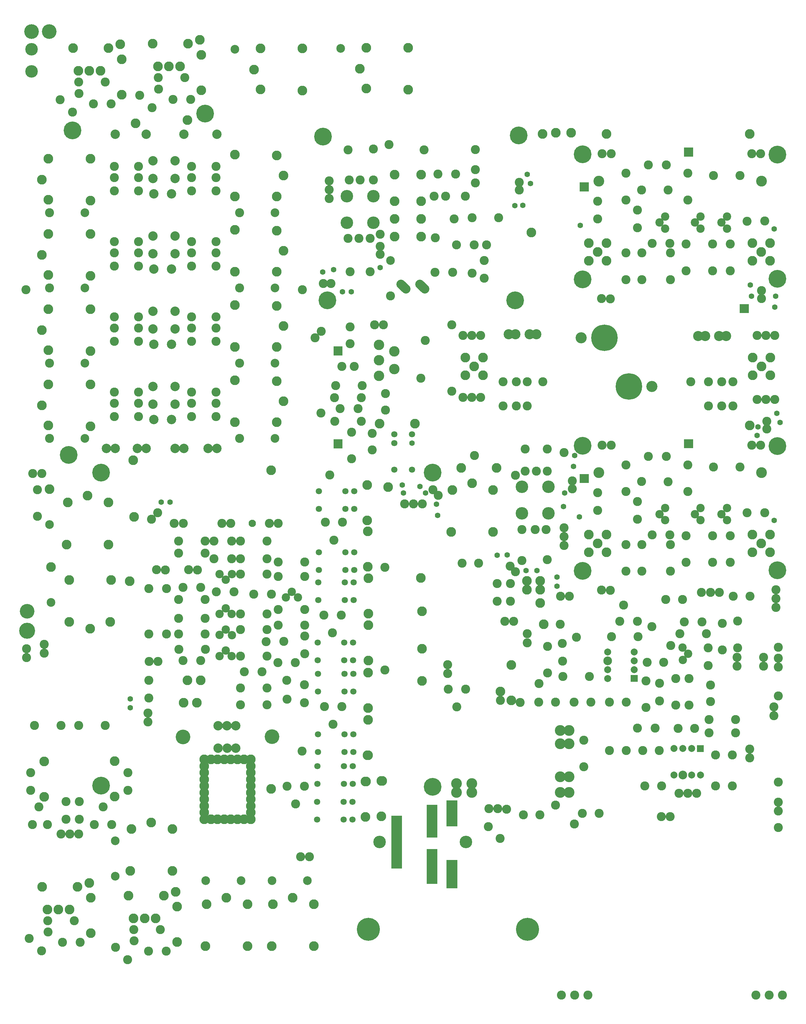
<source format=gbr>
%FSLAX34Y34*%
%MOMM*%
%LNSOLDERMASK_TOP*%
G71*
G01*
%ADD10C,2.600*%
%ADD11C,2.400*%
%ADD12C,2.800*%
%ADD13C,2.600*%
%ADD14C,5.100*%
%ADD15C,1.600*%
%ADD16C,3.100*%
%ADD17C,7.600*%
%ADD18C,3.200*%
%ADD19C,2.900*%
%ADD20C,2.600*%
%ADD21C,2.600*%
%ADD22C,2.400*%
%ADD23C,2.500*%
%ADD24C,2.600*%
%ADD25C,3.600*%
%ADD26C,2.800*%
%ADD27C,3.000*%
%ADD28C,1.800*%
%ADD29C,1.600*%
%ADD30C,2.000*%
%ADD31C,2.500*%
%ADD32C,2.700*%
%ADD33C,2.700*%
%ADD34C,4.600*%
%ADD35C,4.200*%
%ADD36C,2.700*%
%ADD37C,2.800*%
%ADD38C,2.100*%
%ADD39C,6.600*%
%ADD40C,4.200*%
%ADD41C,3.600*%
%LPD*%
X499830Y1763662D02*
G54D10*
D03*
X499880Y1839912D02*
G54D10*
D03*
X418836Y1760262D02*
G54D10*
D03*
X418949Y1709281D02*
G54D10*
D03*
X533136Y1734862D02*
G54D10*
D03*
X533248Y1683882D02*
G54D10*
D03*
X499846Y1535062D02*
G54D10*
D03*
X499896Y1611312D02*
G54D10*
D03*
X620567Y1791676D02*
G54D10*
D03*
X544317Y1791726D02*
G54D10*
D03*
X545526Y1611312D02*
G54D10*
D03*
X545476Y1535062D02*
G54D10*
D03*
X677629Y1763661D02*
G54D10*
D03*
X677679Y1839911D02*
G54D10*
D03*
X574961Y1639146D02*
G54D10*
D03*
X672526Y1636712D02*
G54D10*
D03*
X672476Y1560462D02*
G54D10*
D03*
X748726Y1636712D02*
G54D10*
D03*
X748676Y1560462D02*
G54D10*
D03*
X799526Y1636712D02*
G54D10*
D03*
X799476Y1560462D02*
G54D10*
D03*
X898997Y1702757D02*
G54D10*
D03*
X848016Y1702644D02*
G54D10*
D03*
X827542Y1833480D02*
G54D10*
D03*
X751293Y1833530D02*
G54D10*
D03*
X861576Y1896462D02*
G54D10*
D03*
X887076Y1896462D02*
G54D10*
D03*
X429776Y1480538D02*
G54D10*
D03*
X612201Y1716087D02*
G54D11*
D03*
X596301Y1698512D02*
G54D11*
D03*
X612235Y1680896D02*
G54D11*
D03*
X713801Y1716087D02*
G54D11*
D03*
X697901Y1698512D02*
G54D11*
D03*
X713835Y1680896D02*
G54D11*
D03*
X790000Y1716087D02*
G54D11*
D03*
X774101Y1698512D02*
G54D11*
D03*
X790036Y1680896D02*
G54D11*
D03*
X393101Y1639987D02*
G54D12*
D03*
X443901Y1639987D02*
G54D12*
D03*
X418501Y1614587D02*
G54D12*
D03*
X443901Y1589187D02*
G54D12*
D03*
X393101Y1589187D02*
G54D12*
D03*
X863000Y1639987D02*
G54D12*
D03*
X913800Y1639987D02*
G54D12*
D03*
X888400Y1614587D02*
G54D12*
D03*
X913800Y1589187D02*
G54D12*
D03*
X863000Y1589187D02*
G54D12*
D03*
X564527Y1864296D02*
G54D10*
D03*
X615507Y1864409D02*
G54D10*
D03*
X499846Y1535062D02*
G54D13*
D03*
X375424Y1894680D02*
G54D14*
D03*
X625761Y1639146D02*
G54D10*
D03*
X628076Y1611312D02*
G54D10*
D03*
X628026Y1535062D02*
G54D10*
D03*
X431576Y1896462D02*
G54D10*
D03*
X457076Y1896462D02*
G54D10*
D03*
G36*
X366974Y1813635D02*
X392974Y1813635D01*
X392974Y1787635D01*
X366974Y1787635D01*
X366974Y1813635D01*
G37*
G36*
X666974Y1913635D02*
X692974Y1913635D01*
X692974Y1887635D01*
X666974Y1887635D01*
X666974Y1913635D01*
G37*
X368301Y1690687D02*
G54D15*
D03*
X545476Y1535062D02*
G54D13*
D03*
X628026Y1535062D02*
G54D13*
D03*
X672476Y1560462D02*
G54D13*
D03*
X748676Y1560462D02*
G54D13*
D03*
X935257Y1893887D02*
G54D14*
D03*
X375424Y1535906D02*
G54D14*
D03*
X934622Y1537493D02*
G54D14*
D03*
X454879Y1479346D02*
G54D10*
D03*
X925900Y1680287D02*
G54D15*
D03*
X425451Y1817687D02*
G54D15*
D03*
X422275Y1817688D02*
G54D16*
D03*
X889000Y1817688D02*
G54D16*
D03*
X508051Y1228446D02*
G54D17*
D03*
X438201Y1368146D02*
G54D17*
D03*
X371526Y1368146D02*
G54D18*
D03*
X574726Y1228446D02*
G54D18*
D03*
X162651Y1378246D02*
G54D19*
D03*
X242651Y1378246D02*
G54D20*
D03*
X707651Y1373246D02*
G54D20*
D03*
X787651Y1373246D02*
G54D20*
D03*
X242651Y1378246D02*
G54D19*
D03*
X707651Y1373246D02*
G54D19*
D03*
X787651Y1373246D02*
G54D12*
D03*
X182651Y1378246D02*
G54D19*
D03*
X222651Y1378246D02*
G54D19*
D03*
X727651Y1373246D02*
G54D19*
D03*
X767651Y1373246D02*
G54D19*
D03*
X38226Y1260646D02*
G54D12*
D03*
X38226Y1311446D02*
G54D12*
D03*
X63626Y1286046D02*
G54D12*
D03*
X89026Y1311446D02*
G54D12*
D03*
X89026Y1260646D02*
G54D12*
D03*
X38226Y1260646D02*
G54D21*
D03*
X89026Y1260646D02*
G54D13*
D03*
X863726Y1260646D02*
G54D12*
D03*
X863726Y1311446D02*
G54D12*
D03*
X889126Y1286046D02*
G54D12*
D03*
X914526Y1311446D02*
G54D12*
D03*
X914526Y1260646D02*
G54D12*
D03*
X863726Y1260646D02*
G54D21*
D03*
X914526Y1260646D02*
G54D13*
D03*
G36*
X826951Y1438796D02*
X826951Y1464796D01*
X852951Y1464796D01*
X852951Y1438796D01*
X826951Y1438796D01*
G37*
X737183Y1172009D02*
G54D10*
D03*
X737183Y1241859D02*
G54D10*
D03*
X807034Y1172009D02*
G54D10*
D03*
X807034Y1241859D02*
G54D10*
D03*
X775283Y1241859D02*
G54D10*
D03*
X775283Y1172009D02*
G54D10*
D03*
X807034Y1172009D02*
G54D13*
D03*
X807034Y1241859D02*
G54D13*
D03*
X146633Y1172009D02*
G54D10*
D03*
X146633Y1241859D02*
G54D10*
D03*
X216483Y1172009D02*
G54D10*
D03*
X216484Y1241860D02*
G54D10*
D03*
X184733Y1241860D02*
G54D10*
D03*
X184733Y1172010D02*
G54D10*
D03*
X216484Y1172009D02*
G54D13*
D03*
X216484Y1241860D02*
G54D13*
D03*
X787651Y1373246D02*
G54D19*
D03*
X260934Y1241859D02*
G54D21*
D03*
X686384Y1241859D02*
G54D21*
D03*
X927326Y1190821D02*
G54D21*
D03*
X901926Y1190821D02*
G54D21*
D03*
X876526Y1190821D02*
G54D21*
D03*
X82776Y1374971D02*
G54D21*
D03*
X57376Y1374971D02*
G54D21*
D03*
X31976Y1374971D02*
G54D21*
D03*
X927326Y1374971D02*
G54D21*
D03*
X901926Y1374971D02*
G54D21*
D03*
X876526Y1374971D02*
G54D21*
D03*
X82776Y1197172D02*
G54D21*
D03*
X57376Y1197172D02*
G54D21*
D03*
X31976Y1197172D02*
G54D21*
D03*
X38226Y1311446D02*
G54D13*
D03*
X89026Y1311446D02*
G54D13*
D03*
X863726Y1260646D02*
G54D13*
D03*
X863726Y1311446D02*
G54D13*
D03*
X914526Y1311446D02*
G54D13*
D03*
X914526Y1260646D02*
G54D13*
D03*
X499830Y927050D02*
G54D10*
D03*
X499880Y1003300D02*
G54D10*
D03*
X418836Y923650D02*
G54D10*
D03*
X418949Y872669D02*
G54D10*
D03*
X533136Y898250D02*
G54D10*
D03*
X533248Y847269D02*
G54D10*
D03*
X499846Y698450D02*
G54D10*
D03*
X499896Y774700D02*
G54D10*
D03*
X620567Y955064D02*
G54D10*
D03*
X544317Y955114D02*
G54D10*
D03*
X545526Y774700D02*
G54D10*
D03*
X545476Y698450D02*
G54D10*
D03*
X677629Y927049D02*
G54D10*
D03*
X677679Y1003299D02*
G54D10*
D03*
X574961Y802534D02*
G54D10*
D03*
X672526Y800100D02*
G54D10*
D03*
X672476Y723850D02*
G54D10*
D03*
X748726Y800100D02*
G54D10*
D03*
X748676Y723850D02*
G54D10*
D03*
X799526Y800100D02*
G54D10*
D03*
X799476Y723850D02*
G54D10*
D03*
X898997Y866144D02*
G54D10*
D03*
X848016Y866032D02*
G54D10*
D03*
X827542Y996868D02*
G54D10*
D03*
X751293Y996918D02*
G54D10*
D03*
X861576Y1059850D02*
G54D10*
D03*
X887076Y1059850D02*
G54D10*
D03*
X429776Y643925D02*
G54D10*
D03*
X612201Y879475D02*
G54D11*
D03*
X596301Y861900D02*
G54D11*
D03*
X612235Y844284D02*
G54D11*
D03*
X713801Y879475D02*
G54D11*
D03*
X697901Y861900D02*
G54D11*
D03*
X713835Y844284D02*
G54D11*
D03*
X790000Y879475D02*
G54D11*
D03*
X774101Y861900D02*
G54D11*
D03*
X790036Y844284D02*
G54D11*
D03*
X393101Y803375D02*
G54D12*
D03*
X443901Y803375D02*
G54D12*
D03*
X418501Y777975D02*
G54D12*
D03*
X443901Y752575D02*
G54D12*
D03*
X393101Y752575D02*
G54D12*
D03*
X863000Y803375D02*
G54D12*
D03*
X913800Y803375D02*
G54D12*
D03*
X888400Y777975D02*
G54D12*
D03*
X913800Y752575D02*
G54D12*
D03*
X863000Y752575D02*
G54D12*
D03*
X564527Y1027684D02*
G54D10*
D03*
X615507Y1027796D02*
G54D10*
D03*
X499846Y698450D02*
G54D13*
D03*
X375424Y1058068D02*
G54D14*
D03*
X625761Y802534D02*
G54D10*
D03*
X628076Y774700D02*
G54D10*
D03*
X628026Y698450D02*
G54D10*
D03*
X431576Y1059850D02*
G54D10*
D03*
X457076Y1059850D02*
G54D10*
D03*
G36*
X366974Y977023D02*
X392974Y977023D01*
X392974Y951023D01*
X366974Y951023D01*
X366974Y977023D01*
G37*
G36*
X666974Y1077023D02*
X692974Y1077023D01*
X692974Y1051023D01*
X666974Y1051023D01*
X666974Y1077023D01*
G37*
X545476Y698450D02*
G54D13*
D03*
X628026Y698450D02*
G54D13*
D03*
X672476Y723850D02*
G54D13*
D03*
X748676Y723850D02*
G54D13*
D03*
X935257Y1057275D02*
G54D14*
D03*
X375424Y699293D02*
G54D14*
D03*
X934622Y700880D02*
G54D14*
D03*
X454879Y642734D02*
G54D10*
D03*
X925900Y843675D02*
G54D15*
D03*
X425451Y981075D02*
G54D15*
D03*
X422275Y981075D02*
G54D16*
D03*
X889000Y981075D02*
G54D16*
D03*
X-301599Y1698147D02*
G54D22*
D03*
X-225400Y1698147D02*
G54D22*
D03*
X-225399Y1774347D02*
G54D22*
D03*
X-301599Y1774347D02*
G54D22*
D03*
X-225487Y1909370D02*
G54D10*
D03*
X-225487Y1820470D02*
G54D10*
D03*
X-263587Y1820470D02*
G54D10*
D03*
X-295337Y1820470D02*
G54D10*
D03*
X-235130Y1557580D02*
G54D10*
D03*
X-298630Y1652830D02*
G54D10*
D03*
X-266880Y1652830D02*
G54D10*
D03*
X-235130Y1652830D02*
G54D10*
D03*
X-206648Y1665118D02*
G54D10*
D03*
X-298630Y1906830D02*
G54D10*
D03*
X-181037Y1922070D02*
G54D10*
D03*
X-18609Y1774380D02*
G54D10*
D03*
X38541Y1774380D02*
G54D10*
D03*
X67241Y1850580D02*
G54D10*
D03*
X67241Y1907730D02*
G54D10*
D03*
X6191Y1708757D02*
G54D10*
D03*
X-47761Y1654876D02*
G54D10*
D03*
X6191Y1708757D02*
G54D13*
D03*
X133966Y1712808D02*
G54D10*
D03*
X57717Y1712858D02*
G54D10*
D03*
X133966Y1712809D02*
G54D13*
D03*
X13141Y1634680D02*
G54D10*
D03*
X63941Y1634680D02*
G54D10*
D03*
X63941Y1634680D02*
G54D10*
D03*
X92548Y1538574D02*
G54D10*
D03*
X92436Y1589555D02*
G54D10*
D03*
X92548Y1538574D02*
G54D10*
D03*
X67241Y1812480D02*
G54D10*
D03*
X98991Y1634680D02*
G54D10*
D03*
X-51629Y1774380D02*
G54D10*
D03*
X-40709Y1837880D02*
G54D10*
D03*
X10091Y1837880D02*
G54D10*
D03*
X-164405Y1836386D02*
G54D12*
D03*
X-88205Y1836386D02*
G54D12*
D03*
X-164405Y1760186D02*
G54D12*
D03*
X-164405Y1709386D02*
G54D12*
D03*
X-164405Y1658586D02*
G54D12*
D03*
X-88205Y1760186D02*
G54D12*
D03*
X-88205Y1709386D02*
G54D12*
D03*
X-88205Y1658586D02*
G54D12*
D03*
X-176906Y1488023D02*
G54D23*
D03*
X-176906Y1589623D02*
G54D23*
D03*
X-176906Y1488023D02*
G54D13*
D03*
X-88205Y1836386D02*
G54D10*
D03*
X58046Y1553582D02*
G54D10*
D03*
X1826Y1555827D02*
G54D10*
D03*
X1826Y1555827D02*
G54D10*
D03*
X-48974Y1555827D02*
G54D10*
D03*
G54D24*
X-78790Y1508105D02*
X-92932Y1522247D01*
G54D24*
X-132765Y1508105D02*
X-146907Y1522247D01*
X-352999Y1818481D02*
G54D21*
D03*
X-352999Y1793081D02*
G54D21*
D03*
X-352999Y1767681D02*
G54D21*
D03*
X-79949Y1907381D02*
G54D21*
D03*
X-301600Y1774346D02*
G54D25*
D03*
X-301599Y1698147D02*
G54D25*
D03*
X-225400Y1698147D02*
G54D25*
D03*
X-225399Y1774347D02*
G54D25*
D03*
X276879Y939945D02*
G54D22*
D03*
X200680Y939945D02*
G54D22*
D03*
X200679Y863745D02*
G54D22*
D03*
X276880Y863745D02*
G54D22*
D03*
X200767Y728722D02*
G54D10*
D03*
X200767Y817622D02*
G54D10*
D03*
X238867Y817622D02*
G54D10*
D03*
X270617Y817622D02*
G54D10*
D03*
X273911Y1048762D02*
G54D10*
D03*
X210411Y1048762D02*
G54D10*
D03*
X273910Y985262D02*
G54D10*
D03*
X242161Y985262D02*
G54D10*
D03*
X210411Y985262D02*
G54D10*
D03*
X181928Y972973D02*
G54D10*
D03*
X273910Y731262D02*
G54D10*
D03*
X321930Y771986D02*
G54D21*
D03*
X321930Y797386D02*
G54D21*
D03*
X321930Y822786D02*
G54D21*
D03*
X321930Y1038686D02*
G54D21*
D03*
X276880Y863745D02*
G54D25*
D03*
X276879Y939945D02*
G54D25*
D03*
X200680Y939945D02*
G54D25*
D03*
X200679Y863745D02*
G54D25*
D03*
X-2329Y810364D02*
G54D12*
D03*
X845Y931014D02*
G54D12*
D03*
X118321Y810364D02*
G54D12*
D03*
X118321Y931014D02*
G54D12*
D03*
X57996Y950477D02*
G54D12*
D03*
X845Y931014D02*
G54D26*
D03*
X26692Y994596D02*
G54D12*
D03*
X128292Y994595D02*
G54D12*
D03*
X215592Y670456D02*
G54D12*
D03*
X215592Y645056D02*
G54D12*
D03*
X253692Y645056D02*
G54D12*
D03*
X253692Y606956D02*
G54D12*
D03*
X168187Y662449D02*
G54D10*
D03*
X168300Y611468D02*
G54D10*
D03*
X168187Y662448D02*
G54D10*
D03*
X168299Y611468D02*
G54D10*
D03*
X130087Y662449D02*
G54D10*
D03*
X130199Y611468D02*
G54D10*
D03*
X130087Y662448D02*
G54D10*
D03*
X130199Y611468D02*
G54D10*
D03*
X253692Y670456D02*
G54D12*
D03*
X64659Y1030405D02*
G54D10*
D03*
X26692Y994596D02*
G54D12*
D03*
X-165350Y1328894D02*
G54D27*
D03*
X-165350Y1278094D02*
G54D27*
D03*
X-209800Y1303494D02*
G54D27*
D03*
X-209800Y1259044D02*
G54D27*
D03*
X-209800Y1347944D02*
G54D27*
D03*
X-197100Y1405094D02*
G54D10*
D03*
X-222500Y1405094D02*
G54D10*
D03*
X-258185Y1230469D02*
G54D10*
D03*
X-334435Y1230519D02*
G54D10*
D03*
X-337127Y1196209D02*
G54D10*
D03*
X-260877Y1196159D02*
G54D10*
D03*
X-321193Y1164733D02*
G54D10*
D03*
X-270213Y1164845D02*
G54D10*
D03*
X-292350Y1398832D02*
G54D10*
D03*
X-292350Y1351032D02*
G54D10*
D03*
X-288740Y1097208D02*
G54D10*
D03*
X-288790Y1020958D02*
G54D10*
D03*
X-228850Y1046144D02*
G54D10*
D03*
X-228850Y1093944D02*
G54D10*
D03*
X-316294Y1285988D02*
G54D10*
D03*
X-281194Y1285988D02*
G54D10*
D03*
X-190750Y1160444D02*
G54D10*
D03*
X-190750Y1208244D02*
G54D10*
D03*
X-337072Y1128562D02*
G54D10*
D03*
X-260822Y1128512D02*
G54D10*
D03*
X-89875Y1252139D02*
G54D10*
D03*
X-337127Y1196210D02*
G54D10*
D03*
X-337072Y1128562D02*
G54D10*
D03*
X-228850Y1046144D02*
G54D10*
D03*
X-288790Y1020958D02*
G54D10*
D03*
G36*
X-314400Y1343164D02*
X-314400Y1317164D01*
X-340400Y1317164D01*
X-340400Y1343164D01*
X-314400Y1343164D01*
G37*
G36*
X-314400Y1076464D02*
X-314400Y1050464D01*
X-340400Y1050464D01*
X-340400Y1076464D01*
X-314400Y1076464D01*
G37*
X-114550Y1090682D02*
G54D28*
D03*
X-114550Y1065282D02*
G54D29*
D03*
X-165350Y1090682D02*
G54D29*
D03*
X-165350Y1065282D02*
G54D28*
D03*
X-114550Y989082D02*
G54D29*
D03*
X-165350Y989082D02*
G54D29*
D03*
X-207768Y1121448D02*
G54D12*
D03*
X-106168Y1121448D02*
G54D12*
D03*
X-207768Y1121448D02*
G54D12*
D03*
X-84954Y891474D02*
G54D21*
D03*
X-110354Y891474D02*
G54D21*
D03*
X-135754Y891474D02*
G54D21*
D03*
X-165350Y1090682D02*
G54D28*
D03*
X-114550Y989082D02*
G54D28*
D03*
X-165350Y989082D02*
G54D28*
D03*
G36*
X513563Y380344D02*
X513563Y400344D01*
X533563Y400344D01*
X533563Y380344D01*
X513563Y380344D01*
G37*
X523563Y415744D02*
G54D30*
D03*
X523563Y441144D02*
G54D30*
D03*
X523563Y466544D02*
G54D30*
D03*
X447364Y466544D02*
G54D30*
D03*
X447364Y441144D02*
G54D30*
D03*
X447364Y415744D02*
G54D30*
D03*
X447364Y390344D02*
G54D30*
D03*
X447364Y441144D02*
G54D31*
D03*
X819314Y425706D02*
G54D10*
D03*
X819314Y451205D02*
G54D10*
D03*
X249324Y322369D02*
G54D10*
D03*
X274219Y405954D02*
G54D10*
D03*
X274269Y482204D02*
G54D10*
D03*
X139027Y327362D02*
G54D10*
D03*
X139027Y352862D02*
G54D10*
D03*
X681284Y389646D02*
G54D10*
D03*
X681234Y313396D02*
G54D10*
D03*
X681284Y389646D02*
G54D10*
D03*
X743168Y371712D02*
G54D10*
D03*
X743168Y323912D02*
G54D10*
D03*
X643183Y389646D02*
G54D10*
D03*
X643134Y313396D02*
G54D10*
D03*
X643184Y389646D02*
G54D10*
D03*
X662839Y443419D02*
G54D11*
D03*
X678739Y460994D02*
G54D11*
D03*
X662804Y478610D02*
G54D11*
D03*
X736212Y478212D02*
G54D10*
D03*
X736324Y427232D02*
G54D10*
D03*
X736212Y478212D02*
G54D10*
D03*
X731282Y518340D02*
G54D10*
D03*
X655032Y518390D02*
G54D10*
D03*
X731282Y518340D02*
G54D10*
D03*
X718249Y552312D02*
G54D10*
D03*
X667269Y552200D02*
G54D10*
D03*
X718248Y552312D02*
G54D10*
D03*
X596512Y376612D02*
G54D10*
D03*
X596624Y325632D02*
G54D10*
D03*
X596512Y376612D02*
G54D10*
D03*
X743168Y371712D02*
G54D10*
D03*
X731282Y518340D02*
G54D10*
D03*
X718249Y552312D02*
G54D10*
D03*
X776534Y548396D02*
G54D10*
D03*
X776484Y472146D02*
G54D10*
D03*
X776534Y548396D02*
G54D10*
D03*
X776534Y548396D02*
G54D10*
D03*
X596512Y376613D02*
G54D10*
D03*
X560474Y436669D02*
G54D10*
D03*
X608274Y436669D02*
G54D10*
D03*
X574718Y539068D02*
G54D10*
D03*
X628600Y485116D02*
G54D10*
D03*
X574719Y539068D02*
G54D10*
D03*
X574719Y539068D02*
G54D10*
D03*
X534657Y510169D02*
G54D10*
D03*
X458407Y510219D02*
G54D10*
D03*
X482160Y554095D02*
G54D10*
D03*
X533140Y554207D02*
G54D10*
D03*
X482160Y554094D02*
G54D10*
D03*
X534657Y510169D02*
G54D10*
D03*
X533141Y554207D02*
G54D10*
D03*
X350924Y322369D02*
G54D10*
D03*
X398724Y322369D02*
G54D10*
D03*
X249324Y322369D02*
G54D10*
D03*
X297124Y322369D02*
G54D10*
D03*
X452524Y322370D02*
G54D10*
D03*
X500324Y322369D02*
G54D10*
D03*
X452524Y322370D02*
G54D10*
D03*
X557459Y383296D02*
G54D10*
D03*
X557409Y307046D02*
G54D10*
D03*
X557459Y383296D02*
G54D10*
D03*
X394957Y395869D02*
G54D10*
D03*
X318707Y395919D02*
G54D10*
D03*
X394957Y395869D02*
G54D10*
D03*
X317378Y439743D02*
G54D10*
D03*
X317266Y490723D02*
G54D10*
D03*
X317378Y439744D02*
G54D10*
D03*
X317266Y490724D02*
G54D10*
D03*
X357639Y508619D02*
G54D10*
D03*
X263623Y546037D02*
G54D10*
D03*
X311423Y546037D02*
G54D10*
D03*
X274219Y405954D02*
G54D10*
D03*
X250101Y375156D02*
G54D10*
D03*
X196149Y321275D02*
G54D10*
D03*
X250101Y375156D02*
G54D10*
D03*
X820925Y554650D02*
G54D10*
D03*
X263623Y546037D02*
G54D12*
D03*
X170749Y429224D02*
G54D12*
D03*
X170748Y327625D02*
G54D12*
D03*
X170749Y429224D02*
G54D12*
D03*
X139027Y352862D02*
G54D12*
D03*
X820925Y554650D02*
G54D10*
D03*
X820875Y478400D02*
G54D10*
D03*
X820926Y554650D02*
G54D10*
D03*
X820925Y554650D02*
G54D10*
D03*
X776534Y548396D02*
G54D10*
D03*
X718249Y552312D02*
G54D10*
D03*
X731282Y518340D02*
G54D10*
D03*
X574718Y539068D02*
G54D10*
D03*
X534657Y510169D02*
G54D10*
D03*
X533141Y554207D02*
G54D10*
D03*
X743168Y371712D02*
G54D10*
D03*
X357639Y508619D02*
G54D10*
D03*
X452524Y322370D02*
G54D10*
D03*
X249324Y322369D02*
G54D10*
D03*
X250101Y375156D02*
G54D10*
D03*
X274219Y405954D02*
G54D10*
D03*
X170749Y429224D02*
G54D10*
D03*
X895564Y425655D02*
G54D10*
D03*
X819314Y425706D02*
G54D10*
D03*
X895563Y451155D02*
G54D10*
D03*
X819314Y451205D02*
G54D10*
D03*
X-900341Y1141995D02*
G54D10*
D03*
X-970191Y1141995D02*
G54D10*
D03*
X-900341Y1211845D02*
G54D10*
D03*
X-970191Y1211845D02*
G54D10*
D03*
X-970191Y1180095D02*
G54D10*
D03*
X-900341Y1180095D02*
G54D10*
D03*
X-856932Y1133224D02*
G54D32*
D03*
X-805952Y1133336D02*
G54D32*
D03*
X-678091Y1141995D02*
G54D10*
D03*
X-747941Y1141995D02*
G54D10*
D03*
X-678091Y1211845D02*
G54D10*
D03*
X-747941Y1211845D02*
G54D10*
D03*
X-747941Y1180095D02*
G54D10*
D03*
X-678091Y1180095D02*
G54D10*
D03*
X-795868Y1177322D02*
G54D10*
D03*
X-795981Y1228302D02*
G54D10*
D03*
X-859368Y1177322D02*
G54D10*
D03*
X-859481Y1228302D02*
G54D10*
D03*
X-678092Y1211845D02*
G54D13*
D03*
X-747941Y1211845D02*
G54D13*
D03*
X-795980Y1228303D02*
G54D33*
D03*
X-859481Y1228303D02*
G54D13*
D03*
X-900341Y1211845D02*
G54D13*
D03*
X-970191Y1211845D02*
G54D13*
D03*
X-859368Y1177322D02*
G54D32*
D03*
X-859481Y1228302D02*
G54D32*
D03*
X-795981Y1228302D02*
G54D32*
D03*
X-795868Y1177322D02*
G54D32*
D03*
X-623878Y1246287D02*
G54D12*
D03*
X-503228Y1243113D02*
G54D12*
D03*
X-623878Y1125637D02*
G54D12*
D03*
X-503228Y1125637D02*
G54D12*
D03*
X-484415Y1185962D02*
G54D12*
D03*
X-610371Y1079358D02*
G54D23*
D03*
X-508771Y1079358D02*
G54D23*
D03*
X-503228Y1243113D02*
G54D12*
D03*
X-1038872Y1113548D02*
G54D12*
D03*
X-1159522Y1116722D02*
G54D12*
D03*
X-1038872Y1234199D02*
G54D12*
D03*
X-1159522Y1234199D02*
G54D12*
D03*
X-1178335Y1173874D02*
G54D12*
D03*
X-1159522Y1116722D02*
G54D12*
D03*
X-1159522Y1234199D02*
G54D12*
D03*
X-1156471Y1079358D02*
G54D23*
D03*
X-1054871Y1079358D02*
G54D23*
D03*
X-610371Y1079358D02*
G54D10*
D03*
X-1156471Y1079358D02*
G54D10*
D03*
X-900341Y1357895D02*
G54D10*
D03*
X-970191Y1357895D02*
G54D10*
D03*
X-900341Y1427745D02*
G54D10*
D03*
X-970191Y1427745D02*
G54D10*
D03*
X-970191Y1395995D02*
G54D10*
D03*
X-900341Y1395995D02*
G54D10*
D03*
X-856932Y1349124D02*
G54D32*
D03*
X-805952Y1349236D02*
G54D32*
D03*
X-678091Y1357895D02*
G54D10*
D03*
X-747941Y1357895D02*
G54D10*
D03*
X-678091Y1427745D02*
G54D10*
D03*
X-747941Y1427745D02*
G54D10*
D03*
X-747941Y1395995D02*
G54D10*
D03*
X-678091Y1395995D02*
G54D10*
D03*
X-795868Y1393222D02*
G54D10*
D03*
X-795981Y1444202D02*
G54D10*
D03*
X-859368Y1393222D02*
G54D10*
D03*
X-859481Y1444202D02*
G54D10*
D03*
X-678092Y1427745D02*
G54D13*
D03*
X-747941Y1427745D02*
G54D13*
D03*
X-795980Y1444203D02*
G54D33*
D03*
X-859481Y1444203D02*
G54D13*
D03*
X-900341Y1427745D02*
G54D13*
D03*
X-970191Y1427745D02*
G54D13*
D03*
X-859368Y1393222D02*
G54D32*
D03*
X-859481Y1444202D02*
G54D32*
D03*
X-795981Y1444202D02*
G54D32*
D03*
X-795868Y1393222D02*
G54D32*
D03*
X-623878Y1462187D02*
G54D12*
D03*
X-503228Y1459013D02*
G54D12*
D03*
X-623878Y1341537D02*
G54D12*
D03*
X-503228Y1341537D02*
G54D12*
D03*
X-484415Y1401862D02*
G54D12*
D03*
X-610371Y1295258D02*
G54D23*
D03*
X-508771Y1295258D02*
G54D23*
D03*
X-503228Y1459013D02*
G54D12*
D03*
X-1038872Y1329448D02*
G54D12*
D03*
X-1159522Y1332622D02*
G54D12*
D03*
X-1038872Y1450098D02*
G54D12*
D03*
X-1159522Y1450098D02*
G54D12*
D03*
X-1178335Y1389774D02*
G54D12*
D03*
X-1159522Y1332622D02*
G54D12*
D03*
X-1159522Y1450098D02*
G54D12*
D03*
X-1156471Y1295258D02*
G54D23*
D03*
X-1054871Y1295258D02*
G54D23*
D03*
X-610371Y1295258D02*
G54D10*
D03*
X-1156471Y1295258D02*
G54D10*
D03*
X-900341Y1573795D02*
G54D10*
D03*
X-970191Y1573795D02*
G54D10*
D03*
X-900341Y1643645D02*
G54D10*
D03*
X-970191Y1643645D02*
G54D10*
D03*
X-970191Y1611895D02*
G54D10*
D03*
X-900341Y1611895D02*
G54D10*
D03*
X-856932Y1565024D02*
G54D32*
D03*
X-805952Y1565136D02*
G54D32*
D03*
X-678091Y1573795D02*
G54D10*
D03*
X-747941Y1573795D02*
G54D10*
D03*
X-678091Y1643645D02*
G54D10*
D03*
X-747941Y1643645D02*
G54D10*
D03*
X-747941Y1611895D02*
G54D10*
D03*
X-678091Y1611895D02*
G54D10*
D03*
X-795868Y1609122D02*
G54D10*
D03*
X-795981Y1660102D02*
G54D10*
D03*
X-859368Y1609122D02*
G54D10*
D03*
X-859481Y1660102D02*
G54D10*
D03*
X-678092Y1643645D02*
G54D13*
D03*
X-747941Y1643645D02*
G54D13*
D03*
X-795980Y1660103D02*
G54D33*
D03*
X-859481Y1660103D02*
G54D13*
D03*
X-900341Y1643645D02*
G54D13*
D03*
X-970191Y1643645D02*
G54D13*
D03*
X-859368Y1609122D02*
G54D32*
D03*
X-859481Y1660102D02*
G54D32*
D03*
X-795981Y1660102D02*
G54D32*
D03*
X-795868Y1609122D02*
G54D32*
D03*
X-623878Y1678087D02*
G54D12*
D03*
X-503228Y1674913D02*
G54D12*
D03*
X-623878Y1557437D02*
G54D12*
D03*
X-503228Y1557437D02*
G54D12*
D03*
X-484415Y1617762D02*
G54D12*
D03*
X-610371Y1511157D02*
G54D23*
D03*
X-508771Y1511158D02*
G54D23*
D03*
X-503228Y1674913D02*
G54D12*
D03*
X-1038872Y1545348D02*
G54D12*
D03*
X-1159522Y1548522D02*
G54D12*
D03*
X-1038872Y1665998D02*
G54D12*
D03*
X-1159522Y1665998D02*
G54D12*
D03*
X-1178335Y1605674D02*
G54D12*
D03*
X-1159522Y1548522D02*
G54D12*
D03*
X-1159522Y1665998D02*
G54D12*
D03*
X-1156471Y1511157D02*
G54D23*
D03*
X-1054871Y1511158D02*
G54D23*
D03*
X-610371Y1511158D02*
G54D10*
D03*
X-1156471Y1511157D02*
G54D10*
D03*
X-900341Y1789695D02*
G54D10*
D03*
X-970191Y1789695D02*
G54D10*
D03*
X-900341Y1859545D02*
G54D10*
D03*
X-970191Y1859545D02*
G54D10*
D03*
X-970191Y1827795D02*
G54D10*
D03*
X-900341Y1827795D02*
G54D10*
D03*
X-856932Y1780924D02*
G54D32*
D03*
X-805952Y1781036D02*
G54D32*
D03*
X-678091Y1789695D02*
G54D10*
D03*
X-747941Y1789695D02*
G54D10*
D03*
X-678091Y1859545D02*
G54D10*
D03*
X-747941Y1859545D02*
G54D10*
D03*
X-747941Y1827795D02*
G54D10*
D03*
X-678091Y1827795D02*
G54D10*
D03*
X-795868Y1825022D02*
G54D10*
D03*
X-795981Y1876002D02*
G54D10*
D03*
X-859368Y1825022D02*
G54D10*
D03*
X-859481Y1876002D02*
G54D10*
D03*
X-678092Y1859545D02*
G54D13*
D03*
X-747941Y1859545D02*
G54D13*
D03*
X-795981Y1876003D02*
G54D33*
D03*
X-859481Y1876003D02*
G54D13*
D03*
X-900341Y1859545D02*
G54D13*
D03*
X-970191Y1859545D02*
G54D13*
D03*
X-859368Y1825022D02*
G54D32*
D03*
X-859481Y1876002D02*
G54D32*
D03*
X-795981Y1876002D02*
G54D32*
D03*
X-795868Y1825022D02*
G54D32*
D03*
X-623878Y1893987D02*
G54D12*
D03*
X-503228Y1890813D02*
G54D12*
D03*
X-623878Y1773337D02*
G54D12*
D03*
X-503228Y1773337D02*
G54D12*
D03*
X-484415Y1833662D02*
G54D12*
D03*
X-610371Y1727058D02*
G54D23*
D03*
X-508771Y1727058D02*
G54D23*
D03*
X-503228Y1890813D02*
G54D12*
D03*
X-1038872Y1761248D02*
G54D12*
D03*
X-1159522Y1764422D02*
G54D12*
D03*
X-1038872Y1881898D02*
G54D12*
D03*
X-1159522Y1881898D02*
G54D12*
D03*
X-1178335Y1821574D02*
G54D12*
D03*
X-1159522Y1764422D02*
G54D12*
D03*
X-1159522Y1881898D02*
G54D12*
D03*
X-1156471Y1727057D02*
G54D23*
D03*
X-1054871Y1727058D02*
G54D23*
D03*
X-610371Y1727058D02*
G54D10*
D03*
X-1156471Y1727058D02*
G54D10*
D03*
X-675217Y1050322D02*
G54D32*
D03*
X-675217Y1050322D02*
G54D32*
D03*
X-700618Y1050322D02*
G54D32*
D03*
X-770467Y1050322D02*
G54D32*
D03*
X-770467Y1050322D02*
G54D32*
D03*
X-795868Y1050322D02*
G54D32*
D03*
X-878417Y1050322D02*
G54D32*
D03*
X-878417Y1050322D02*
G54D32*
D03*
X-903818Y1050322D02*
G54D32*
D03*
X-967317Y1050322D02*
G54D32*
D03*
X-967317Y1050322D02*
G54D32*
D03*
X-992718Y1050322D02*
G54D32*
D03*
X-675217Y1952022D02*
G54D32*
D03*
X-675217Y1952022D02*
G54D32*
D03*
X-770467Y1952022D02*
G54D32*
D03*
X-770467Y1952022D02*
G54D32*
D03*
X-878417Y1952022D02*
G54D32*
D03*
X-878417Y1952022D02*
G54D32*
D03*
X-967317Y1952022D02*
G54D32*
D03*
X-967317Y1952022D02*
G54D32*
D03*
X-1223953Y1505492D02*
G54D21*
D03*
X-430203Y1505492D02*
G54D21*
D03*
X181750Y1475580D02*
G54D14*
D03*
X191274Y1948656D02*
G54D14*
D03*
X191274Y1948656D02*
G54D14*
D03*
X-358000Y1475580D02*
G54D14*
D03*
X-370700Y1945480D02*
G54D14*
D03*
X-979054Y672806D02*
G54D12*
D03*
X-982228Y552156D02*
G54D12*
D03*
X-1099704Y672806D02*
G54D12*
D03*
X-1099704Y552156D02*
G54D12*
D03*
X-1039379Y533344D02*
G54D12*
D03*
X-1220353Y526756D02*
G54D34*
D03*
X-1107253Y774675D02*
G54D12*
D03*
X-1104079Y895325D02*
G54D12*
D03*
X-986604Y774675D02*
G54D12*
D03*
X-986604Y895325D02*
G54D12*
D03*
X-1046928Y914612D02*
G54D12*
D03*
X-1152333Y710099D02*
G54D23*
D03*
X-1152333Y608499D02*
G54D23*
D03*
X-1152333Y710099D02*
G54D10*
D03*
X-1152333Y710099D02*
G54D12*
D03*
X-1156131Y933294D02*
G54D23*
D03*
X-1156131Y831694D02*
G54D23*
D03*
X-1156131Y933294D02*
G54D10*
D03*
X-1156131Y933294D02*
G54D12*
D03*
X-982228Y552156D02*
G54D12*
D03*
X-986604Y895325D02*
G54D12*
D03*
X-1104079Y895325D02*
G54D12*
D03*
X-986604Y895325D02*
G54D12*
D03*
X-1007843Y981075D02*
G54D14*
D03*
X-55343Y981075D02*
G54D14*
D03*
X-1007843Y82550D02*
G54D14*
D03*
X-55343Y79375D02*
G54D14*
D03*
X28712Y720756D02*
G54D10*
D03*
X76512Y720755D02*
G54D10*
D03*
X28712Y720756D02*
G54D10*
D03*
X924608Y308315D02*
G54D21*
D03*
X937309Y479765D02*
G54D21*
D03*
X937309Y92415D02*
G54D21*
D03*
X937309Y340065D02*
G54D21*
D03*
X-89310Y678574D02*
G54D12*
D03*
X-86135Y583324D02*
G54D12*
D03*
X-86135Y475374D02*
G54D12*
D03*
X-86135Y383299D02*
G54D12*
D03*
X-516704Y222836D02*
G54D35*
D03*
X-772404Y222736D02*
G54D35*
D03*
X-671680Y254661D02*
G54D36*
D03*
X-646304Y254536D02*
G54D36*
D03*
X-620861Y254561D02*
G54D36*
D03*
X-423599Y320920D02*
G54D10*
D03*
X-423774Y371912D02*
G54D10*
D03*
X-721530Y384786D02*
G54D37*
D03*
X-770930Y320686D02*
G54D37*
D03*
X-732930Y320686D02*
G54D37*
D03*
X-759630Y384786D02*
G54D37*
D03*
X-870804Y333936D02*
G54D10*
D03*
X-870929Y384852D02*
G54D10*
D03*
X-607279Y362511D02*
G54D10*
D03*
X-531030Y362461D02*
G54D10*
D03*
X-873379Y265811D02*
G54D10*
D03*
X-873380Y291311D02*
G54D10*
D03*
X-607280Y314886D02*
G54D10*
D03*
X-531030Y314836D02*
G54D10*
D03*
X-632680Y733986D02*
G54D10*
D03*
X-683596Y733861D02*
G54D10*
D03*
X-667604Y689536D02*
G54D11*
D03*
X-650030Y673636D02*
G54D11*
D03*
X-632414Y689571D02*
G54D11*
D03*
X-661254Y835586D02*
G54D10*
D03*
X-635830Y835636D02*
G54D10*
D03*
X-607279Y689536D02*
G54D10*
D03*
X-531104Y689536D02*
G54D10*
D03*
X-785080Y749861D02*
G54D10*
D03*
X-708830Y749811D02*
G54D10*
D03*
X-626330Y638736D02*
G54D10*
D03*
X-677246Y638611D02*
G54D10*
D03*
X-632680Y575236D02*
G54D11*
D03*
X-650280Y591136D02*
G54D11*
D03*
X-667870Y575202D02*
G54D11*
D03*
X-632304Y514836D02*
G54D11*
D03*
X-650279Y530811D02*
G54D11*
D03*
X-667870Y514876D02*
G54D11*
D03*
X-607280Y575236D02*
G54D10*
D03*
X-531104Y575236D02*
G54D10*
D03*
X-632680Y454536D02*
G54D11*
D03*
X-650279Y470486D02*
G54D11*
D03*
X-667870Y454551D02*
G54D11*
D03*
X-785080Y518086D02*
G54D10*
D03*
X-708830Y518036D02*
G54D10*
D03*
X-784871Y473907D02*
G54D10*
D03*
X-708621Y473857D02*
G54D10*
D03*
X-607280Y454586D02*
G54D10*
D03*
X-531005Y454536D02*
G54D10*
D03*
X-545958Y409796D02*
G54D10*
D03*
X-596875Y409671D02*
G54D10*
D03*
X-607280Y530786D02*
G54D10*
D03*
X-531030Y530736D02*
G54D10*
D03*
X-450004Y435936D02*
G54D21*
D03*
X-474988Y385004D02*
G54D21*
D03*
X-499887Y436050D02*
G54D21*
D03*
X-442180Y622861D02*
G54D11*
D03*
X-459980Y638661D02*
G54D11*
D03*
X-477370Y622826D02*
G54D11*
D03*
X-797780Y835586D02*
G54D10*
D03*
X-772205Y835536D02*
G54D10*
D03*
X-499329Y724461D02*
G54D10*
D03*
X-423079Y724411D02*
G54D10*
D03*
X-499330Y683186D02*
G54D10*
D03*
X-423080Y683136D02*
G54D10*
D03*
X-518379Y632386D02*
G54D10*
D03*
X-569296Y632261D02*
G54D10*
D03*
X-499329Y587936D02*
G54D10*
D03*
X-423080Y587886D02*
G54D10*
D03*
X-423180Y460911D02*
G54D10*
D03*
X-423292Y511892D02*
G54D10*
D03*
X-423130Y543486D02*
G54D10*
D03*
X-499404Y543536D02*
G54D10*
D03*
X-848530Y702261D02*
G54D10*
D03*
X-823667Y701948D02*
G54D10*
D03*
X-820005Y518086D02*
G54D10*
D03*
X-870980Y517936D02*
G54D10*
D03*
X-785080Y562536D02*
G54D10*
D03*
X-708830Y562486D02*
G54D10*
D03*
X-721580Y441886D02*
G54D10*
D03*
X-772554Y441736D02*
G54D10*
D03*
X-844980Y438736D02*
G54D10*
D03*
X-870280Y439036D02*
G54D10*
D03*
X-820005Y648261D02*
G54D10*
D03*
X-870980Y648161D02*
G54D10*
D03*
X-499329Y835586D02*
G54D10*
D03*
X-524804Y835586D02*
G54D10*
D03*
X-785080Y616511D02*
G54D10*
D03*
X-708830Y616461D02*
G54D10*
D03*
X-721604Y651461D02*
G54D10*
D03*
X-772504Y651261D02*
G54D10*
D03*
X-756504Y702236D02*
G54D10*
D03*
X-731604Y701936D02*
G54D10*
D03*
X-607280Y733986D02*
G54D10*
D03*
X-531105Y733986D02*
G54D10*
D03*
X-607280Y784786D02*
G54D10*
D03*
X-531105Y784836D02*
G54D10*
D03*
X-785104Y784836D02*
G54D10*
D03*
X-708904Y784836D02*
G54D10*
D03*
X-632679Y784786D02*
G54D10*
D03*
X-683596Y784661D02*
G54D10*
D03*
X-574054Y835586D02*
G54D38*
D03*
X-533980Y496172D02*
G54D10*
D03*
X-482999Y496284D02*
G54D10*
D03*
X-473880Y330711D02*
G54D10*
D03*
X-620804Y190236D02*
G54D36*
D03*
X-646104Y190436D02*
G54D36*
D03*
X-671592Y190368D02*
G54D36*
D03*
X-283554Y178925D02*
G54D29*
D03*
X-308954Y178925D02*
G54D29*
D03*
X-283554Y229725D02*
G54D29*
D03*
X-308954Y229725D02*
G54D29*
D03*
X-385155Y178925D02*
G54D28*
D03*
X-385155Y229725D02*
G54D29*
D03*
X-240946Y170042D02*
G54D12*
D03*
X-240946Y271642D02*
G54D12*
D03*
X-242930Y170042D02*
G54D12*
D03*
X-283554Y352360D02*
G54D29*
D03*
X-308954Y352360D02*
G54D29*
D03*
X-283554Y403160D02*
G54D29*
D03*
X-308954Y403160D02*
G54D29*
D03*
X-385155Y352360D02*
G54D29*
D03*
X-385155Y403160D02*
G54D29*
D03*
X-316655Y309730D02*
G54D21*
D03*
X-341638Y258798D02*
G54D21*
D03*
X-366537Y309844D02*
G54D21*
D03*
X-281173Y701610D02*
G54D29*
D03*
X-306573Y701610D02*
G54D29*
D03*
X-281173Y752410D02*
G54D29*
D03*
X-306573Y752410D02*
G54D29*
D03*
X-382773Y701610D02*
G54D29*
D03*
X-382773Y752410D02*
G54D29*
D03*
X-281173Y877028D02*
G54D29*
D03*
X-306573Y877028D02*
G54D29*
D03*
X-281173Y927828D02*
G54D29*
D03*
X-306573Y927828D02*
G54D29*
D03*
X-382773Y877028D02*
G54D29*
D03*
X-382773Y927828D02*
G54D29*
D03*
X-314273Y838367D02*
G54D21*
D03*
X-339257Y787435D02*
G54D21*
D03*
X-364156Y838482D02*
G54D21*
D03*
X-318242Y572064D02*
G54D21*
D03*
X-343226Y521132D02*
G54D21*
D03*
X-368125Y572178D02*
G54D21*
D03*
X-282761Y615091D02*
G54D29*
D03*
X-308161Y615091D02*
G54D29*
D03*
X-282761Y665891D02*
G54D29*
D03*
X-308161Y665891D02*
G54D29*
D03*
X-384361Y615091D02*
G54D29*
D03*
X-384361Y665891D02*
G54D29*
D03*
X-284348Y442847D02*
G54D29*
D03*
X-309748Y442847D02*
G54D29*
D03*
X-284348Y493647D02*
G54D29*
D03*
X-309748Y493647D02*
G54D29*
D03*
X-385948Y442847D02*
G54D29*
D03*
X-385948Y493647D02*
G54D29*
D03*
X-240946Y305376D02*
G54D12*
D03*
X-240946Y406976D02*
G54D12*
D03*
X-240946Y305376D02*
G54D12*
D03*
X-240549Y441504D02*
G54D12*
D03*
X-240549Y543104D02*
G54D12*
D03*
X-240549Y441504D02*
G54D12*
D03*
X-240549Y576045D02*
G54D12*
D03*
X-240549Y677644D02*
G54D12*
D03*
X-240549Y576044D02*
G54D12*
D03*
X-241740Y710586D02*
G54D12*
D03*
X-241740Y812185D02*
G54D12*
D03*
X-241740Y710585D02*
G54D12*
D03*
X-243327Y843936D02*
G54D12*
D03*
X-243327Y945535D02*
G54D12*
D03*
X-243327Y843935D02*
G54D12*
D03*
X-193054Y414898D02*
G54D21*
D03*
X-193054Y709380D02*
G54D21*
D03*
X-430385Y181536D02*
G54D21*
D03*
X-385155Y229725D02*
G54D28*
D03*
X-308954Y178925D02*
G54D28*
D03*
X-283554Y178925D02*
G54D28*
D03*
X-308954Y229725D02*
G54D28*
D03*
X-283554Y229725D02*
G54D28*
D03*
X-385155Y352360D02*
G54D28*
D03*
X-385155Y403160D02*
G54D28*
D03*
X-308954Y352360D02*
G54D28*
D03*
X-283554Y352360D02*
G54D28*
D03*
X-283554Y403160D02*
G54D28*
D03*
X-308954Y403160D02*
G54D28*
D03*
X-309748Y442847D02*
G54D28*
D03*
X-284348Y442847D02*
G54D28*
D03*
X-284348Y493647D02*
G54D28*
D03*
X-309748Y493647D02*
G54D28*
D03*
X-385948Y442847D02*
G54D28*
D03*
X-385948Y493647D02*
G54D28*
D03*
X-384361Y615091D02*
G54D28*
D03*
X-308161Y615091D02*
G54D28*
D03*
X-384361Y665891D02*
G54D28*
D03*
X-308161Y665891D02*
G54D28*
D03*
X-282761Y665891D02*
G54D28*
D03*
X-282761Y615091D02*
G54D28*
D03*
X-382773Y701610D02*
G54D28*
D03*
X-382773Y752410D02*
G54D28*
D03*
X-306573Y701610D02*
G54D28*
D03*
X-281173Y701610D02*
G54D28*
D03*
X-281173Y752410D02*
G54D28*
D03*
X-306573Y752410D02*
G54D28*
D03*
X-382773Y877028D02*
G54D28*
D03*
X-382773Y927828D02*
G54D28*
D03*
X-306573Y877028D02*
G54D28*
D03*
X-281173Y877028D02*
G54D28*
D03*
X-281173Y927828D02*
G54D28*
D03*
X-306573Y927828D02*
G54D28*
D03*
X-318242Y572064D02*
G54D21*
D03*
X-314274Y838367D02*
G54D21*
D03*
X-285539Y-14748D02*
G54D29*
D03*
X-310939Y-14748D02*
G54D29*
D03*
X-285539Y36052D02*
G54D29*
D03*
X-310939Y36052D02*
G54D29*
D03*
X-387139Y-14748D02*
G54D28*
D03*
X-387139Y36052D02*
G54D29*
D03*
X-387139Y36052D02*
G54D28*
D03*
X-310939Y-14748D02*
G54D28*
D03*
X-285539Y-14748D02*
G54D28*
D03*
X-310939Y36052D02*
G54D28*
D03*
X-285539Y36052D02*
G54D28*
D03*
X-424208Y81130D02*
G54D21*
D03*
X-449191Y30198D02*
G54D21*
D03*
X-474090Y81244D02*
G54D21*
D03*
X-248791Y94742D02*
G54D12*
D03*
X-248792Y-6858D02*
G54D12*
D03*
X-246807Y94742D02*
G54D12*
D03*
X-202753Y95932D02*
G54D12*
D03*
X-202753Y-5668D02*
G54D12*
D03*
X-200769Y95932D02*
G54D12*
D03*
X-284745Y87646D02*
G54D29*
D03*
X-310146Y87646D02*
G54D29*
D03*
X-284746Y138446D02*
G54D29*
D03*
X-310146Y138446D02*
G54D29*
D03*
X-386346Y87646D02*
G54D28*
D03*
X-386346Y138446D02*
G54D29*
D03*
X-386346Y138446D02*
G54D28*
D03*
X-310146Y87646D02*
G54D28*
D03*
X-284745Y87646D02*
G54D28*
D03*
X-310146Y138446D02*
G54D28*
D03*
X-284746Y138446D02*
G54D28*
D03*
X-519245Y987568D02*
G54D12*
D03*
X-519245Y73168D02*
G54D12*
D03*
X-711610Y24524D02*
G54D12*
D03*
X-711610Y43574D02*
G54D12*
D03*
X-711610Y62624D02*
G54D12*
D03*
X-711610Y81674D02*
G54D12*
D03*
X-711610Y100724D02*
G54D12*
D03*
X-711610Y119774D02*
G54D12*
D03*
X-711610Y138824D02*
G54D12*
D03*
X-711610Y157874D02*
G54D12*
D03*
X-711610Y5474D02*
G54D12*
D03*
X-711610Y-13576D02*
G54D12*
D03*
X-578260Y24524D02*
G54D12*
D03*
X-578260Y43574D02*
G54D12*
D03*
X-578260Y62624D02*
G54D12*
D03*
X-578260Y81674D02*
G54D12*
D03*
X-578260Y100724D02*
G54D12*
D03*
X-578260Y119774D02*
G54D12*
D03*
X-578260Y138824D02*
G54D12*
D03*
X-578260Y157874D02*
G54D12*
D03*
X-578260Y5474D02*
G54D12*
D03*
X-578260Y-13576D02*
G54D12*
D03*
X-673510Y-13576D02*
G54D12*
D03*
X-654460Y-13576D02*
G54D12*
D03*
X-635410Y-13576D02*
G54D12*
D03*
X-616360Y-13576D02*
G54D12*
D03*
X-597310Y-13576D02*
G54D12*
D03*
X-692560Y-13576D02*
G54D12*
D03*
X-711610Y-13576D02*
G54D12*
D03*
X-578260Y-13576D02*
G54D12*
D03*
X-673510Y157874D02*
G54D12*
D03*
X-654460Y157874D02*
G54D12*
D03*
X-635410Y157874D02*
G54D12*
D03*
X-616360Y157874D02*
G54D12*
D03*
X-597310Y157874D02*
G54D12*
D03*
X-692560Y157874D02*
G54D12*
D03*
X-711610Y157874D02*
G54D12*
D03*
X-578260Y157874D02*
G54D12*
D03*
X-912945Y854218D02*
G54D12*
D03*
X-183329Y939775D02*
G54D12*
D03*
X-292280Y1557580D02*
G54D10*
D03*
X177361Y554095D02*
G54D10*
D03*
X151786Y554146D02*
G54D10*
D03*
X216467Y518380D02*
G54D10*
D03*
X216417Y492805D02*
G54D10*
D03*
X337070Y626373D02*
G54D10*
D03*
X311496Y626424D02*
G54D10*
D03*
X855008Y162528D02*
G54D10*
D03*
X855008Y188027D02*
G54D10*
D03*
G36*
X723661Y179018D02*
X703661Y179018D01*
X703661Y199018D01*
X723661Y199018D01*
X723661Y179018D01*
G37*
X688260Y189018D02*
G54D30*
D03*
X662861Y189018D02*
G54D30*
D03*
X637461Y189018D02*
G54D30*
D03*
X637461Y112818D02*
G54D30*
D03*
X662860Y112818D02*
G54D30*
D03*
X688260Y112818D02*
G54D30*
D03*
X713661Y112818D02*
G54D30*
D03*
X662860Y112818D02*
G54D31*
D03*
X626959Y-6485D02*
G54D10*
D03*
X601459Y-6484D02*
G54D10*
D03*
X651818Y60894D02*
G54D10*
D03*
X677317Y60894D02*
G54D10*
D03*
X677316Y60894D02*
G54D10*
D03*
X702817Y60894D02*
G54D10*
D03*
X805302Y81690D02*
G54D10*
D03*
X757502Y81690D02*
G54D10*
D03*
X602102Y81690D02*
G54D10*
D03*
X554302Y81690D02*
G54D10*
D03*
X805302Y170590D02*
G54D10*
D03*
X757502Y170590D02*
G54D10*
D03*
X814827Y234290D02*
G54D10*
D03*
X738577Y234340D02*
G54D10*
D03*
X814827Y272390D02*
G54D10*
D03*
X738577Y272440D02*
G54D10*
D03*
X814827Y272390D02*
G54D10*
D03*
X697352Y246790D02*
G54D10*
D03*
X649552Y246790D02*
G54D10*
D03*
X547864Y183290D02*
G54D10*
D03*
X595664Y183290D02*
G54D10*
D03*
X583767Y248142D02*
G54D10*
D03*
X532786Y248030D02*
G54D10*
D03*
X583767Y248142D02*
G54D10*
D03*
X452614Y183290D02*
G54D10*
D03*
X500414Y183290D02*
G54D10*
D03*
X814827Y272390D02*
G54D10*
D03*
X924608Y282915D02*
G54D21*
D03*
X937308Y448015D02*
G54D21*
D03*
X937308Y422615D02*
G54D21*
D03*
X930958Y644865D02*
G54D21*
D03*
X930959Y619465D02*
G54D21*
D03*
X930958Y594065D02*
G54D21*
D03*
X378814Y137180D02*
G54D10*
D03*
X378864Y213430D02*
G54D10*
D03*
X336550Y241300D02*
G54D16*
D03*
X336550Y203200D02*
G54D16*
D03*
X336550Y107950D02*
G54D16*
D03*
X336550Y63500D02*
G54D16*
D03*
X12700Y63500D02*
G54D16*
D03*
X57150Y63500D02*
G54D16*
D03*
X311150Y241300D02*
G54D16*
D03*
X311150Y203200D02*
G54D16*
D03*
X311150Y107950D02*
G54D16*
D03*
X311150Y63500D02*
G54D16*
D03*
X12700Y88900D02*
G54D16*
D03*
X57150Y88900D02*
G54D16*
D03*
X374787Y3206D02*
G54D10*
D03*
X422587Y3205D02*
G54D10*
D03*
X374787Y3206D02*
G54D10*
D03*
X38946Y359736D02*
G54D21*
D03*
X13962Y308804D02*
G54D21*
D03*
X-10937Y359850D02*
G54D21*
D03*
X-12136Y404170D02*
G54D10*
D03*
X-12086Y429744D02*
G54D10*
D03*
X297861Y26548D02*
G54D10*
D03*
X351742Y-27404D02*
G54D10*
D03*
X937308Y9865D02*
G54D21*
D03*
X937309Y-37760D02*
G54D21*
D03*
X937308Y35265D02*
G54D21*
D03*
X259803Y1952996D02*
G54D12*
D03*
X855168Y1952827D02*
G54D12*
D03*
X855168Y1116214D02*
G54D12*
D03*
X443953Y1952996D02*
G54D12*
D03*
X342353Y1956171D02*
G54D12*
D03*
X137889Y-68590D02*
G54D10*
D03*
X104089Y-34791D02*
G54D10*
D03*
X252852Y-860D02*
G54D10*
D03*
X205052Y-860D02*
G54D10*
D03*
X105718Y16444D02*
G54D10*
D03*
X131217Y16444D02*
G54D10*
D03*
X131216Y16444D02*
G54D10*
D03*
X156717Y14539D02*
G54D10*
D03*
X297903Y1956171D02*
G54D12*
D03*
X228053Y1670421D02*
G54D12*
D03*
X767953Y637398D02*
G54D10*
D03*
X742454Y637398D02*
G54D10*
D03*
X742454Y637398D02*
G54D10*
D03*
X716954Y637398D02*
G54D10*
D03*
X614469Y616602D02*
G54D10*
D03*
X662268Y616602D02*
G54D10*
D03*
X856030Y626126D02*
G54D10*
D03*
X808231Y626127D02*
G54D10*
D03*
X492808Y600415D02*
G54D21*
D03*
X-1191199Y931862D02*
G54D10*
D03*
X-1191249Y855612D02*
G54D10*
D03*
X-1191249Y855612D02*
G54D13*
D03*
X-1204134Y978290D02*
G54D10*
D03*
X-1178659Y978291D02*
G54D10*
D03*
X-347725Y1523608D02*
G54D10*
D03*
X-369950Y1523608D02*
G54D10*
D03*
X-206437Y1629970D02*
G54D10*
D03*
X-206437Y1607745D02*
G54D10*
D03*
X-206437Y1569645D02*
G54D15*
D03*
X-371537Y1556945D02*
G54D15*
D03*
X193612Y1791896D02*
G54D10*
D03*
X193612Y1814120D02*
G54D10*
D03*
X215901Y1836737D02*
G54D15*
D03*
X888938Y1502970D02*
G54D10*
D03*
X888938Y1480745D02*
G54D10*
D03*
X857250Y1519237D02*
G54D15*
D03*
X904812Y1128320D02*
G54D10*
D03*
X904812Y1106095D02*
G54D10*
D03*
X933450Y1150937D02*
G54D15*
D03*
X346013Y956870D02*
G54D10*
D03*
X346013Y934645D02*
G54D10*
D03*
X349250Y998537D02*
G54D15*
D03*
X323850Y922337D02*
G54D15*
D03*
X-39388Y916063D02*
G54D10*
D03*
X-55104Y931779D02*
G54D10*
D03*
X-44450Y890587D02*
G54D15*
D03*
X-76200Y922337D02*
G54D15*
D03*
X182420Y696600D02*
G54D10*
D03*
X166704Y712315D02*
G54D10*
D03*
X365901Y853675D02*
G54D15*
D03*
X158750Y744537D02*
G54D15*
D03*
X212726Y700087D02*
G54D15*
D03*
X-339787Y1563295D02*
G54D15*
D03*
X225363Y1810945D02*
G54D15*
D03*
X180913Y1747445D02*
G54D15*
D03*
X203201Y1747837D02*
G54D15*
D03*
X860363Y1487095D02*
G54D15*
D03*
X930213Y1487095D02*
G54D15*
D03*
X927100Y1455737D02*
G54D15*
D03*
X942913Y1125145D02*
G54D15*
D03*
X879413Y1112445D02*
G54D15*
D03*
X876300Y1087437D02*
G54D15*
D03*
X-314387Y1499795D02*
G54D15*
D03*
X-288987Y1499795D02*
G54D15*
D03*
X352363Y1029895D02*
G54D15*
D03*
X320613Y883845D02*
G54D15*
D03*
X130113Y744145D02*
G54D15*
D03*
X244413Y699695D02*
G54D15*
D03*
X-92137Y940995D02*
G54D15*
D03*
X-41337Y858445D02*
G54D15*
D03*
X-139700Y922337D02*
G54D15*
D03*
X-142718Y945158D02*
G54D15*
D03*
X301563Y655245D02*
G54D15*
D03*
X301626Y681037D02*
G54D15*
D03*
X-1072812Y255276D02*
G54D10*
D03*
X-996562Y255226D02*
G54D10*
D03*
X-1072812Y255277D02*
G54D10*
D03*
X-1199812Y255276D02*
G54D10*
D03*
X-1123562Y255226D02*
G54D10*
D03*
X-1199812Y255277D02*
G54D10*
D03*
X-968908Y152912D02*
G54D12*
D03*
X-968908Y51313D02*
G54D12*
D03*
X-1171090Y152079D02*
G54D12*
D03*
X-1171090Y50479D02*
G54D12*
D03*
X-931017Y119862D02*
G54D10*
D03*
X-930905Y68881D02*
G54D10*
D03*
X-931017Y119862D02*
G54D10*
D03*
X-1210418Y119862D02*
G54D10*
D03*
X-1210305Y68881D02*
G54D10*
D03*
X-1210417Y119862D02*
G54D10*
D03*
X-931017Y119862D02*
G54D10*
D03*
X-1186700Y21636D02*
G54D21*
D03*
X-1161801Y-29410D02*
G54D21*
D03*
X-1027534Y-29296D02*
G54D21*
D03*
X-1002550Y21636D02*
G54D21*
D03*
X-977651Y-29410D02*
G54D21*
D03*
X-1070718Y37311D02*
G54D10*
D03*
X-1070605Y-13670D02*
G54D10*
D03*
X-1070718Y37311D02*
G54D10*
D03*
X-1070718Y37311D02*
G54D10*
D03*
X-1108817Y37311D02*
G54D10*
D03*
X-1108705Y-13670D02*
G54D10*
D03*
X-1108817Y37311D02*
G54D10*
D03*
X-1108817Y37311D02*
G54D10*
D03*
X-1072762Y-55924D02*
G54D10*
D03*
X-1098162Y-55923D02*
G54D10*
D03*
X-1123562Y-55924D02*
G54D10*
D03*
X-1205334Y-29296D02*
G54D21*
D03*
X-873380Y291311D02*
G54D10*
D03*
X-1222629Y449961D02*
G54D10*
D03*
X-1222630Y475461D02*
G54D10*
D03*
X-1171829Y462661D02*
G54D10*
D03*
X-1171830Y488161D02*
G54D10*
D03*
X-925643Y669249D02*
G54D12*
D03*
X-239845Y-330057D02*
G54D12*
D03*
X217355Y-330057D02*
G54D39*
D03*
X-845097Y2146671D02*
G54D12*
D03*
X-813347Y2146671D02*
G54D12*
D03*
X-781597Y2146671D02*
G54D12*
D03*
X-844161Y2114371D02*
G54D10*
D03*
X-767911Y2114321D02*
G54D10*
D03*
X-758249Y2211798D02*
G54D12*
D03*
X-859849Y2211798D02*
G54D12*
D03*
X-758249Y2211798D02*
G54D12*
D03*
X-720149Y2078448D02*
G54D12*
D03*
X-720149Y2180048D02*
G54D12*
D03*
X-720149Y2078448D02*
G54D12*
D03*
X-750708Y2052276D02*
G54D10*
D03*
X-801688Y2052164D02*
G54D10*
D03*
X-896957Y2063565D02*
G54D21*
D03*
X-843276Y2081914D02*
G54D21*
D03*
X-861765Y2028212D02*
G54D21*
D03*
X-724447Y2222871D02*
G54D12*
D03*
X-801688Y2052164D02*
G54D21*
D03*
X-429571Y2077374D02*
G54D12*
D03*
X-550221Y2080548D02*
G54D12*
D03*
X-429571Y2198024D02*
G54D12*
D03*
X-550221Y2198024D02*
G54D12*
D03*
X-569033Y2137699D02*
G54D12*
D03*
X-550221Y2080548D02*
G54D12*
D03*
X-623649Y2195906D02*
G54D23*
D03*
X-550221Y2080548D02*
G54D12*
D03*
X-125545Y2079768D02*
G54D12*
D03*
X-246195Y2082942D02*
G54D12*
D03*
X-125545Y2200418D02*
G54D12*
D03*
X-246195Y2200418D02*
G54D12*
D03*
X-265008Y2140093D02*
G54D12*
D03*
X-246195Y2082942D02*
G54D12*
D03*
X-319623Y2198300D02*
G54D23*
D03*
X-246195Y2082942D02*
G54D12*
D03*
X-1073697Y2133971D02*
G54D12*
D03*
X-1041947Y2133971D02*
G54D12*
D03*
X-1010197Y2133971D02*
G54D12*
D03*
X-1072761Y2101671D02*
G54D10*
D03*
X-996511Y2101621D02*
G54D10*
D03*
X-986849Y2199098D02*
G54D12*
D03*
X-1088449Y2199098D02*
G54D12*
D03*
X-986849Y2199098D02*
G54D12*
D03*
X-948749Y2065748D02*
G54D12*
D03*
X-948749Y2167348D02*
G54D12*
D03*
X-948749Y2065748D02*
G54D12*
D03*
X-979308Y2039576D02*
G54D10*
D03*
X-1030288Y2039464D02*
G54D10*
D03*
X-1125557Y2050865D02*
G54D21*
D03*
X-1071876Y2069214D02*
G54D21*
D03*
X-1090365Y2015512D02*
G54D21*
D03*
X-953047Y2210171D02*
G54D12*
D03*
X-1030288Y2039464D02*
G54D21*
D03*
X-1207849Y2132406D02*
G54D25*
D03*
X-1207849Y2195906D02*
G54D25*
D03*
X-1207849Y2246706D02*
G54D40*
D03*
X-1157049Y2246706D02*
G54D40*
D03*
X-708823Y2011603D02*
G54D14*
D03*
X-1089823Y1963184D02*
G54D14*
D03*
X-1100935Y1031322D02*
G54D14*
D03*
X-915536Y1016902D02*
G54D12*
D03*
X-909012Y1983122D02*
G54D12*
D03*
X-760214Y1993029D02*
G54D12*
D03*
X-1162597Y-272679D02*
G54D12*
D03*
X-1130847Y-272679D02*
G54D12*
D03*
X-1099097Y-272679D02*
G54D12*
D03*
X-1161661Y-304979D02*
G54D10*
D03*
X-1085411Y-305029D02*
G54D10*
D03*
X-1075749Y-207552D02*
G54D12*
D03*
X-1177349Y-207552D02*
G54D12*
D03*
X-1037649Y-340902D02*
G54D12*
D03*
X-1037649Y-239302D02*
G54D12*
D03*
X-1068208Y-367074D02*
G54D10*
D03*
X-1119188Y-367186D02*
G54D10*
D03*
X-1214457Y-355785D02*
G54D21*
D03*
X-1160776Y-337436D02*
G54D21*
D03*
X-1179265Y-391138D02*
G54D21*
D03*
X-1041947Y-196479D02*
G54D12*
D03*
X-1119188Y-367186D02*
G54D21*
D03*
X-914947Y-298079D02*
G54D12*
D03*
X-883197Y-298079D02*
G54D12*
D03*
X-851447Y-298079D02*
G54D12*
D03*
X-914011Y-330379D02*
G54D10*
D03*
X-837761Y-330429D02*
G54D10*
D03*
X-828099Y-232952D02*
G54D12*
D03*
X-929699Y-232952D02*
G54D12*
D03*
X-789999Y-366302D02*
G54D12*
D03*
X-789999Y-264702D02*
G54D12*
D03*
X-820558Y-392474D02*
G54D10*
D03*
X-871538Y-392586D02*
G54D10*
D03*
X-966807Y-381185D02*
G54D21*
D03*
X-913126Y-362836D02*
G54D21*
D03*
X-931615Y-416538D02*
G54D21*
D03*
X-794297Y-221879D02*
G54D12*
D03*
X-871538Y-392586D02*
G54D21*
D03*
X-708362Y-378312D02*
G54D12*
D03*
X-705188Y-257662D02*
G54D12*
D03*
X-587712Y-378312D02*
G54D12*
D03*
X-587712Y-257662D02*
G54D12*
D03*
X-648037Y-238850D02*
G54D12*
D03*
X-705188Y-257662D02*
G54D12*
D03*
X-587712Y-257662D02*
G54D12*
D03*
X-605822Y-189974D02*
G54D23*
D03*
X-707422Y-189974D02*
G54D23*
D03*
X-924262Y-162412D02*
G54D12*
D03*
X-921088Y-41762D02*
G54D12*
D03*
X-803612Y-162412D02*
G54D12*
D03*
X-803612Y-41762D02*
G54D12*
D03*
X-863937Y-22950D02*
G54D12*
D03*
X-921088Y-41762D02*
G54D12*
D03*
X-803612Y-41762D02*
G54D12*
D03*
X-967449Y-176993D02*
G54D23*
D03*
X-967449Y-75394D02*
G54D23*
D03*
X390429Y-518497D02*
G54D10*
D03*
X314129Y-518498D02*
G54D10*
D03*
X352329Y-518497D02*
G54D10*
D03*
X-239845Y-330057D02*
G54D39*
D03*
X949229Y-518497D02*
G54D10*
D03*
X872929Y-518498D02*
G54D10*
D03*
X911129Y-518497D02*
G54D10*
D03*
X-250Y1214594D02*
G54D10*
D03*
X-393363Y1368051D02*
G54D10*
D03*
X-375332Y1386082D02*
G54D10*
D03*
X-250Y1405094D02*
G54D10*
D03*
X-76450Y1360644D02*
G54D10*
D03*
X-376415Y1152366D02*
G54D10*
D03*
X-351015Y974566D02*
G54D10*
D03*
X-923987Y305995D02*
G54D15*
D03*
X-923987Y331395D02*
G54D15*
D03*
X-863263Y847351D02*
G54D10*
D03*
X-845232Y865382D02*
G54D10*
D03*
X-835087Y896545D02*
G54D15*
D03*
X-809687Y896545D02*
G54D15*
D03*
X-517862Y-378312D02*
G54D12*
D03*
X-514688Y-257662D02*
G54D12*
D03*
X-397212Y-378312D02*
G54D12*
D03*
X-397212Y-257662D02*
G54D12*
D03*
X-457537Y-238850D02*
G54D12*
D03*
X-514688Y-257662D02*
G54D12*
D03*
X-397212Y-257662D02*
G54D12*
D03*
X-415322Y-189974D02*
G54D23*
D03*
X-516922Y-189974D02*
G54D23*
D03*
X-435171Y-121623D02*
G54D10*
D03*
X-409671Y-121622D02*
G54D10*
D03*
X-1220549Y583006D02*
G54D40*
D03*
X39907Y-79375D02*
G54D41*
D03*
X-207743Y-79375D02*
G54D41*
D03*
G36*
X15500Y21650D02*
X15500Y-34350D01*
X-15500Y-34350D01*
X-15500Y21650D01*
X15500Y21650D01*
G37*
G36*
X15500Y-130750D02*
X15500Y-186750D01*
X-15500Y-186750D01*
X-15500Y-130750D01*
X15500Y-130750D01*
G37*
G36*
X-41650Y-10100D02*
X-41650Y-66100D01*
X-72650Y-66100D01*
X-72650Y-10100D01*
X-41650Y-10100D01*
G37*
G36*
X-41650Y-99000D02*
X-41650Y-155000D01*
X-72650Y-155000D01*
X-72650Y-99000D01*
X-41650Y-99000D01*
G37*
G36*
X-143250Y-3750D02*
X-143250Y-59750D01*
X-174250Y-59750D01*
X-174250Y-3750D01*
X-143250Y-3750D01*
G37*
G36*
X-143250Y-99000D02*
X-143250Y-155000D01*
X-174250Y-155000D01*
X-174250Y-99000D01*
X-143250Y-99000D01*
G37*
G36*
X-41650Y28000D02*
X-41650Y-28000D01*
X-72650Y-28000D01*
X-72650Y28000D01*
X-41650Y28000D01*
G37*
G36*
X-41650Y-143450D02*
X-41650Y-199450D01*
X-72650Y-199450D01*
X-72650Y-143450D01*
X-41650Y-143450D01*
G37*
G36*
X-143250Y-54550D02*
X-143250Y-110550D01*
X-174250Y-110550D01*
X-174250Y-54550D01*
X-143250Y-54550D01*
G37*
G36*
X15500Y40700D02*
X15500Y-15300D01*
X-15500Y-15300D01*
X-15500Y40700D01*
X15500Y40700D01*
G37*
G36*
X15500Y-156150D02*
X15500Y-212150D01*
X-15500Y-212150D01*
X-15500Y-156150D01*
X15500Y-156150D01*
G37*
M02*

</source>
